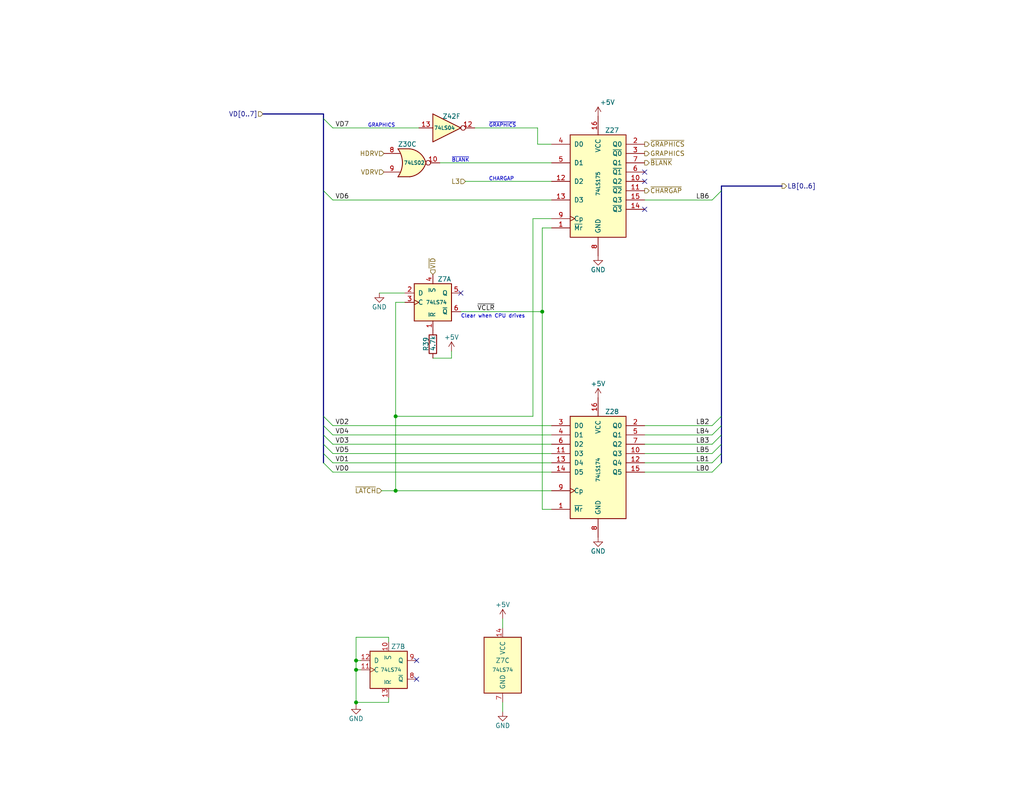
<source format=kicad_sch>
(kicad_sch (version 20231120) (generator "eeschema") (generator_version "8.0")
  (paper "USLetter")
  (title_block (title "TRS-80 Model I Rev G") (date "2024-11-29") (rev "E1C") (company "RetroStack - Marcel Erz") (comment 2 "Circuit to latch video content addressed in video RAM") (comment 4 "Video Latch"))
  (lib_symbols
    (symbol "74xx:74LS02" (pin_names (offset 1.016))
      (property "Reference" "U" (at 0 1.27 0))
      (property "Value" "74LS02" (at 0 -1.27 0))
      (symbol "74LS02_1_1"
        (arc (start -3.81 -3.81) (mid -2.589 0) (end -3.81 3.81) (stroke (width 0.254)))
        (arc (start -0.6096 -3.81) (mid 2.1842 -2.5851) (end 3.81 0) (stroke (width 0.254)) (fill (type background)))
        (polyline (pts (xy -3.81 -3.81) (xy -0.635 -3.81)) (stroke (width 0.254)) (fill (type background)))
        (polyline (pts (xy -3.81 3.81) (xy -0.635 3.81)) (stroke (width 0.254)) (fill (type background)))
        (polyline (pts (xy -0.635 3.81) (xy -3.81 3.81) (xy -3.81 3.81) (xy -3.556 3.4036) (xy -3.0226 2.2606) (xy -2.6924 1.0414) (xy -2.6162 -0.254) (xy -2.7686 -1.4986) (xy -3.175 -2.7178) (xy -3.81 -3.81) (xy -3.81 -3.81) (xy -0.635 -3.81)) (stroke (width -25.4)) (fill (type background)))
        (arc (start 3.81 0) (mid 2.1915 2.5936) (end -0.6096 3.81) (stroke (width 0.254)) (fill (type background)))
        (pin output inverted (at 7.62 0 180) (length 3.81) (name "~") (number "1"))
        (pin input line (at -7.62 2.54 0) (length 4.318) (name "~") (number "2"))
        (pin input line (at -7.62 -2.54 0) (length 4.318) (name "~") (number "3"))
      )
      (symbol "74LS02_1_2"
        (arc (start 0 -3.81) (mid 3.7934 0) (end 0 3.81) (stroke (width 0.254)) (fill (type background)))
        (polyline (pts (xy 0 3.81) (xy -3.81 3.81) (xy -3.81 -3.81) (xy 0 -3.81)) (stroke (width 0.254)) (fill (type background)))
        (pin output line (at 7.62 0 180) (length 3.81) (name "~") (number "1"))
        (pin input inverted (at -7.62 2.54 0) (length 3.81) (name "~") (number "2"))
        (pin input inverted (at -7.62 -2.54 0) (length 3.81) (name "~") (number "3"))
      )
      (symbol "74LS02_2_1"
        (arc (start -3.81 -3.81) (mid -2.589 0) (end -3.81 3.81) (stroke (width 0.254)))
        (arc (start -0.6096 -3.81) (mid 2.1842 -2.5851) (end 3.81 0) (stroke (width 0.254)) (fill (type background)))
        (polyline (pts (xy -3.81 -3.81) (xy -0.635 -3.81)) (stroke (width 0.254)) (fill (type background)))
        (polyline (pts (xy -3.81 3.81) (xy -0.635 3.81)) (stroke (width 0.254)) (fill (type background)))
        (polyline (pts (xy -0.635 3.81) (xy -3.81 3.81) (xy -3.81 3.81) (xy -3.556 3.4036) (xy -3.0226 2.2606) (xy -2.6924 1.0414) (xy -2.6162 -0.254) (xy -2.7686 -1.4986) (xy -3.175 -2.7178) (xy -3.81 -3.81) (xy -3.81 -3.81) (xy -0.635 -3.81)) (stroke (width -25.4)) (fill (type background)))
        (arc (start 3.81 0) (mid 2.1915 2.5936) (end -0.6096 3.81) (stroke (width 0.254)) (fill (type background)))
        (pin output inverted (at 7.62 0 180) (length 3.81) (name "~") (number "4"))
        (pin input line (at -7.62 2.54 0) (length 4.318) (name "~") (number "5"))
        (pin input line (at -7.62 -2.54 0) (length 4.318) (name "~") (number "6"))
      )
      (symbol "74LS02_2_2"
        (arc (start 0 -3.81) (mid 3.7934 0) (end 0 3.81) (stroke (width 0.254)) (fill (type background)))
        (polyline (pts (xy 0 3.81) (xy -3.81 3.81) (xy -3.81 -3.81) (xy 0 -3.81)) (stroke (width 0.254)) (fill (type background)))
        (pin output line (at 7.62 0 180) (length 3.81) (name "~") (number "4"))
        (pin input inverted (at -7.62 2.54 0) (length 3.81) (name "~") (number "5"))
        (pin input inverted (at -7.62 -2.54 0) (length 3.81) (name "~") (number "6"))
      )
      (symbol "74LS02_3_1"
        (arc (start -3.81 -3.81) (mid -2.589 0) (end -3.81 3.81) (stroke (width 0.254)))
        (arc (start -0.6096 -3.81) (mid 2.1842 -2.5851) (end 3.81 0) (stroke (width 0.254)) (fill (type background)))
        (polyline (pts (xy -3.81 -3.81) (xy -0.635 -3.81)) (stroke (width 0.254)) (fill (type background)))
        (polyline (pts (xy -3.81 3.81) (xy -0.635 3.81)) (stroke (width 0.254)) (fill (type background)))
        (polyline (pts (xy -0.635 3.81) (xy -3.81 3.81) (xy -3.81 3.81) (xy -3.556 3.4036) (xy -3.0226 2.2606) (xy -2.6924 1.0414) (xy -2.6162 -0.254) (xy -2.7686 -1.4986) (xy -3.175 -2.7178) (xy -3.81 -3.81) (xy -3.81 -3.81) (xy -0.635 -3.81)) (stroke (width -25.4)) (fill (type background)))
        (arc (start 3.81 0) (mid 2.1915 2.5936) (end -0.6096 3.81) (stroke (width 0.254)) (fill (type background)))
        (pin output inverted (at 7.62 0 180) (length 3.81) (name "~") (number "10"))
        (pin input line (at -7.62 2.54 0) (length 4.318) (name "~") (number "8"))
        (pin input line (at -7.62 -2.54 0) (length 4.318) (name "~") (number "9"))
      )
      (symbol "74LS02_3_2"
        (arc (start 0 -3.81) (mid 3.7934 0) (end 0 3.81) (stroke (width 0.254)) (fill (type background)))
        (polyline (pts (xy 0 3.81) (xy -3.81 3.81) (xy -3.81 -3.81) (xy 0 -3.81)) (stroke (width 0.254)) (fill (type background)))
        (pin output line (at 7.62 0 180) (length 3.81) (name "~") (number "10"))
        (pin input inverted (at -7.62 2.54 0) (length 3.81) (name "~") (number "8"))
        (pin input inverted (at -7.62 -2.54 0) (length 3.81) (name "~") (number "9"))
      )
      (symbol "74LS02_4_1"
        (arc (start -3.81 -3.81) (mid -2.589 0) (end -3.81 3.81) (stroke (width 0.254)))
        (arc (start -0.6096 -3.81) (mid 2.1842 -2.5851) (end 3.81 0) (stroke (width 0.254)) (fill (type background)))
        (polyline (pts (xy -3.81 -3.81) (xy -0.635 -3.81)) (stroke (width 0.254)) (fill (type background)))
        (polyline (pts (xy -3.81 3.81) (xy -0.635 3.81)) (stroke (width 0.254)) (fill (type background)))
        (polyline (pts (xy -0.635 3.81) (xy -3.81 3.81) (xy -3.81 3.81) (xy -3.556 3.4036) (xy -3.0226 2.2606) (xy -2.6924 1.0414) (xy -2.6162 -0.254) (xy -2.7686 -1.4986) (xy -3.175 -2.7178) (xy -3.81 -3.81) (xy -3.81 -3.81) (xy -0.635 -3.81)) (stroke (width -25.4)) (fill (type background)))
        (arc (start 3.81 0) (mid 2.1915 2.5936) (end -0.6096 3.81) (stroke (width 0.254)) (fill (type background)))
        (pin input line (at -7.62 2.54 0) (length 4.318) (name "~") (number "11"))
        (pin input line (at -7.62 -2.54 0) (length 4.318) (name "~") (number "12"))
        (pin output inverted (at 7.62 0 180) (length 3.81) (name "~") (number "13"))
      )
      (symbol "74LS02_4_2"
        (arc (start 0 -3.81) (mid 3.7934 0) (end 0 3.81) (stroke (width 0.254)) (fill (type background)))
        (polyline (pts (xy 0 3.81) (xy -3.81 3.81) (xy -3.81 -3.81) (xy 0 -3.81)) (stroke (width 0.254)) (fill (type background)))
        (pin input inverted (at -7.62 2.54 0) (length 3.81) (name "~") (number "11"))
        (pin input inverted (at -7.62 -2.54 0) (length 3.81) (name "~") (number "12"))
        (pin output line (at 7.62 0 180) (length 3.81) (name "~") (number "13"))
      )
      (symbol "74LS02_5_0"
        (pin power_in line (at 0 12.7 270) (length 5.08) (name "VCC") (number "14"))
        (pin power_in line (at 0 -12.7 90) (length 5.08) (name "GND") (number "7"))
      )
      (symbol "74LS02_5_1"
        (rectangle (start -5.08 7.62) (end 5.08 -7.62) (stroke (width 0.254)) (fill (type background)))
      )
    )
    (symbol "74xx:74LS04"
      (property "Reference" "U" (at 0 1.27 0))
      (property "Value" "74LS04" (at 0 -1.27 0))
      (symbol "74LS04_1_0"
        (polyline (pts (xy -3.81 3.81) (xy -3.81 -3.81) (xy 3.81 0) (xy -3.81 3.81)) (stroke (width 0.254)) (fill (type background)))
        (pin input line (at -7.62 0 0) (length 3.81) (name "~") (number "1"))
        (pin output inverted (at 7.62 0 180) (length 3.81) (name "~") (number "2"))
      )
      (symbol "74LS04_2_0"
        (polyline (pts (xy -3.81 3.81) (xy -3.81 -3.81) (xy 3.81 0) (xy -3.81 3.81)) (stroke (width 0.254)) (fill (type background)))
        (pin input line (at -7.62 0 0) (length 3.81) (name "~") (number "3"))
        (pin output inverted (at 7.62 0 180) (length 3.81) (name "~") (number "4"))
      )
      (symbol "74LS04_3_0"
        (polyline (pts (xy -3.81 3.81) (xy -3.81 -3.81) (xy 3.81 0) (xy -3.81 3.81)) (stroke (width 0.254)) (fill (type background)))
        (pin input line (at -7.62 0 0) (length 3.81) (name "~") (number "5"))
        (pin output inverted (at 7.62 0 180) (length 3.81) (name "~") (number "6"))
      )
      (symbol "74LS04_4_0"
        (polyline (pts (xy -3.81 3.81) (xy -3.81 -3.81) (xy 3.81 0) (xy -3.81 3.81)) (stroke (width 0.254)) (fill (type background)))
        (pin output inverted (at 7.62 0 180) (length 3.81) (name "~") (number "8"))
        (pin input line (at -7.62 0 0) (length 3.81) (name "~") (number "9"))
      )
      (symbol "74LS04_5_0"
        (polyline (pts (xy -3.81 3.81) (xy -3.81 -3.81) (xy 3.81 0) (xy -3.81 3.81)) (stroke (width 0.254)) (fill (type background)))
        (pin output inverted (at 7.62 0 180) (length 3.81) (name "~") (number "10"))
        (pin input line (at -7.62 0 0) (length 3.81) (name "~") (number "11"))
      )
      (symbol "74LS04_6_0"
        (polyline (pts (xy -3.81 3.81) (xy -3.81 -3.81) (xy 3.81 0) (xy -3.81 3.81)) (stroke (width 0.254)) (fill (type background)))
        (pin output inverted (at 7.62 0 180) (length 3.81) (name "~") (number "12"))
        (pin input line (at -7.62 0 0) (length 3.81) (name "~") (number "13"))
      )
      (symbol "74LS04_7_0"
        (pin power_in line (at 0 12.7 270) (length 5.08) (name "VCC") (number "14"))
        (pin power_in line (at 0 -12.7 90) (length 5.08) (name "GND") (number "7"))
      )
      (symbol "74LS04_7_1"
        (rectangle (start -5.08 7.62) (end 5.08 -7.62) (stroke (width 0.254)) (fill (type background)))
      )
    )
    (symbol "74xx:74LS174" (pin_names (offset 1.016))
      (property "Reference" "U" (at -7.62 13.97 0))
      (property "Value" "74LS174" (at -7.62 -16.51 0))
      (symbol "74LS174_1_0"
        (pin input line (at -12.7 -12.7 0) (length 5.08) (name "~{Mr}") (number "1"))
        (pin output line (at 12.7 2.54 180) (length 5.08) (name "Q3") (number "10"))
        (pin input line (at -12.7 2.54 0) (length 5.08) (name "D3") (number "11"))
        (pin output line (at 12.7 0 180) (length 5.08) (name "Q4") (number "12"))
        (pin input line (at -12.7 0 0) (length 5.08) (name "D4") (number "13"))
        (pin input line (at -12.7 -2.54 0) (length 5.08) (name "D5") (number "14"))
        (pin output line (at 12.7 -2.54 180) (length 5.08) (name "Q5") (number "15"))
        (pin power_in line (at 0 17.78 270) (length 5.08) (name "VCC") (number "16"))
        (pin output line (at 12.7 10.16 180) (length 5.08) (name "Q0") (number "2"))
        (pin input line (at -12.7 10.16 0) (length 5.08) (name "D0") (number "3"))
        (pin input line (at -12.7 7.62 0) (length 5.08) (name "D1") (number "4"))
        (pin output line (at 12.7 7.62 180) (length 5.08) (name "Q1") (number "5"))
        (pin input line (at -12.7 5.08 0) (length 5.08) (name "D2") (number "6"))
        (pin output line (at 12.7 5.08 180) (length 5.08) (name "Q2") (number "7"))
        (pin power_in line (at 0 -20.32 90) (length 5.08) (name "GND") (number "8"))
        (pin input clock (at -12.7 -7.62 0) (length 5.08) (name "Cp") (number "9"))
      )
      (symbol "74LS174_1_1"
        (rectangle (start -7.62 12.7) (end 7.62 -15.24) (stroke (width 0.254)) (fill (type background)))
      )
    )
    (symbol "74xx:74LS175" (pin_names (offset 1.016))
      (property "Reference" "U" (at -7.62 13.97 0))
      (property "Value" "74LS175" (at -7.62 -16.51 0))
      (symbol "74LS175_1_0"
        (pin input line (at -12.7 -12.7 0) (length 5.08) (name "~{Mr}") (number "1"))
        (pin output line (at 12.7 0 180) (length 5.08) (name "Q2") (number "10"))
        (pin output line (at 12.7 -2.54 180) (length 5.08) (name "~{Q2}") (number "11"))
        (pin input line (at -12.7 0 0) (length 5.08) (name "D2") (number "12"))
        (pin input line (at -12.7 -5.08 0) (length 5.08) (name "D3") (number "13"))
        (pin output line (at 12.7 -7.62 180) (length 5.08) (name "~{Q3}") (number "14"))
        (pin output line (at 12.7 -5.08 180) (length 5.08) (name "Q3") (number "15"))
        (pin power_in line (at 0 17.78 270) (length 5.08) (name "VCC") (number "16"))
        (pin output line (at 12.7 10.16 180) (length 5.08) (name "Q0") (number "2"))
        (pin output line (at 12.7 7.62 180) (length 5.08) (name "~{Q0}") (number "3"))
        (pin input line (at -12.7 10.16 0) (length 5.08) (name "D0") (number "4"))
        (pin input line (at -12.7 5.08 0) (length 5.08) (name "D1") (number "5"))
        (pin output line (at 12.7 2.54 180) (length 5.08) (name "~{Q1}") (number "6"))
        (pin output line (at 12.7 5.08 180) (length 5.08) (name "Q1") (number "7"))
        (pin power_in line (at 0 -20.32 90) (length 5.08) (name "GND") (number "8"))
        (pin input clock (at -12.7 -10.16 0) (length 5.08) (name "Cp") (number "9"))
      )
      (symbol "74LS175_1_1"
        (rectangle (start -7.62 12.7) (end 7.62 -15.24) (stroke (width 0.254)) (fill (type background)))
      )
    )
    (symbol "74xx:74LS74" (pin_names (offset 1.016))
      (property "Reference" "U" (at -7.62 8.89 0))
      (property "Value" "74LS74" (at -7.62 -8.89 0))
      (symbol "74LS74_1_0"
        (pin input line (at 0 -7.62 90) (length 2.54) (name "~{R}") (number "1"))
        (pin input line (at -7.62 2.54 0) (length 2.54) (name "D") (number "2"))
        (pin input clock (at -7.62 0 0) (length 2.54) (name "C") (number "3"))
        (pin input line (at 0 7.62 270) (length 2.54) (name "~{S}") (number "4"))
        (pin output line (at 7.62 2.54 180) (length 2.54) (name "Q") (number "5"))
        (pin output line (at 7.62 -2.54 180) (length 2.54) (name "~{Q}") (number "6"))
      )
      (symbol "74LS74_1_1"
        (rectangle (start -5.08 5.08) (end 5.08 -5.08) (stroke (width 0.254)) (fill (type background)))
      )
      (symbol "74LS74_2_0"
        (pin input line (at 0 7.62 270) (length 2.54) (name "~{S}") (number "10"))
        (pin input clock (at -7.62 0 0) (length 2.54) (name "C") (number "11"))
        (pin input line (at -7.62 2.54 0) (length 2.54) (name "D") (number "12"))
        (pin input line (at 0 -7.62 90) (length 2.54) (name "~{R}") (number "13"))
        (pin output line (at 7.62 -2.54 180) (length 2.54) (name "~{Q}") (number "8"))
        (pin output line (at 7.62 2.54 180) (length 2.54) (name "Q") (number "9"))
      )
      (symbol "74LS74_2_1"
        (rectangle (start -5.08 5.08) (end 5.08 -5.08) (stroke (width 0.254)) (fill (type background)))
      )
      (symbol "74LS74_3_0"
        (pin power_in line (at 0 10.16 270) (length 2.54) (name "VCC") (number "14"))
        (pin power_in line (at 0 -10.16 90) (length 2.54) (name "GND") (number "7"))
      )
      (symbol "74LS74_3_1"
        (rectangle (start -5.08 7.62) (end 5.08 -7.62) (stroke (width 0.254)) (fill (type background)))
      )
    )
    (symbol "Device:R" (pin_numbers hide) (pin_names (offset 0))
      (property "Reference" "R" (at 2.032 0 90))
      (property "Value" "R" (at 0 0 90))
      (symbol "R_0_1"
        (rectangle (start -1.016 -2.54) (end 1.016 2.54) (stroke (width 0.254)))
      )
      (symbol "R_1_1"
        (pin passive line (at 0 3.81 270) (length 1.27) (name "~") (number "1"))
        (pin passive line (at 0 -3.81 90) (length 1.27) (name "~") (number "2"))
      )
    )
    (symbol "power:+5V" (power) (pin_names (offset 0))
      (property "Value" "+5V" (at 0 3.556 0))
      (symbol "+5V_0_1"
        (polyline (pts (xy -0.762 1.27) (xy 0 2.54)))
        (polyline (pts (xy 0 0) (xy 0 2.54)))
        (polyline (pts (xy 0 2.54) (xy 0.762 1.27)))
      )
      (symbol "+5V_1_1"
        (pin power_in line (at 0 0 90) (length 0) hide (name "+5V") (number "1"))
      )
    )
    (symbol "power:GND" (power) (pin_names (offset 0))
      (property "Value" "GND" (at 0 -3.81 0))
      (symbol "GND_0_1"
        (polyline (pts (xy 0 0) (xy 0 -1.27) (xy 1.27 -1.27) (xy 0 -2.54) (xy -1.27 -1.27) (xy 0 -1.27)))
      )
      (symbol "GND_1_1"
        (pin power_in line (at 0 0 270) (length 0) hide (name "GND") (number "1"))
      )
    )
  )
  (junction (at 107.95 113.665))
  (junction (at 147.955 85.09))
  (junction (at 97.155 180.34))
  (junction (at 107.95 133.985))
  (junction (at 97.155 191.77))
  (junction (at 97.155 182.88))
  (no_connect (at 125.73 80.01))
  (no_connect (at 175.895 46.99))
  (no_connect (at 175.895 57.15))
  (no_connect (at 113.665 185.42))
  (no_connect (at 113.665 180.34))
  (no_connect (at 175.895 49.53))
  (bus_entry (at 90.805 34.925) (size -2.54 -2.54))
  (bus_entry (at 194.31 118.745) (size 2.54 -2.54))
  (bus_entry (at 90.805 118.745) (size -2.54 -2.54))
  (bus_entry (at 194.31 116.205) (size 2.54 -2.54))
  (bus_entry (at 90.805 116.205) (size -2.54 -2.54))
  (bus_entry (at 194.31 121.285) (size 2.54 -2.54))
  (bus_entry (at 194.31 54.61) (size 2.54 -2.54))
  (bus_entry (at 90.805 126.365) (size -2.54 -2.54))
  (bus_entry (at 194.31 123.825) (size 2.54 -2.54))
  (bus_entry (at 90.805 123.825) (size -2.54 -2.54))
  (bus_entry (at 194.31 126.365) (size 2.54 -2.54))
  (bus_entry (at 194.31 128.905) (size 2.54 -2.54))
  (bus_entry (at 90.805 121.285) (size -2.54 -2.54))
  (bus_entry (at 90.805 128.905) (size -2.54 -2.54))
  (bus_entry (at 90.805 54.61) (size -2.54 -2.54))
  (wire (pts (xy 90.805 118.745) (xy 150.495 118.745)))
  (bus (pts (xy 88.265 31.115) (xy 71.755 31.115)))
  (bus (pts (xy 196.85 121.285) (xy 196.85 118.745)))
  (wire (pts (xy 104.14 133.985) (xy 107.95 133.985)))
  (wire (pts (xy 123.19 95.885) (xy 123.19 97.79)))
  (wire (pts (xy 90.805 116.205) (xy 150.495 116.205)))
  (wire (pts (xy 107.95 133.985) (xy 107.95 113.665)))
  (bus (pts (xy 88.265 116.205) (xy 88.265 113.665)))
  (wire (pts (xy 97.155 173.99) (xy 97.155 180.34)))
  (wire (pts (xy 107.95 113.665) (xy 145.415 113.665)))
  (bus (pts (xy 88.265 121.285) (xy 88.265 118.745)))
  (bus (pts (xy 196.85 50.8) (xy 213.36 50.8)))
  (wire (pts (xy 97.155 182.88) (xy 97.155 191.77)))
  (wire (pts (xy 175.895 116.205) (xy 194.31 116.205)))
  (wire (pts (xy 137.16 191.77) (xy 137.16 194.31)))
  (bus (pts (xy 88.265 126.365) (xy 88.265 123.825)))
  (wire (pts (xy 97.155 180.34) (xy 98.425 180.34)))
  (wire (pts (xy 145.415 59.69) (xy 145.415 113.665)))
  (wire (pts (xy 125.73 85.09) (xy 147.955 85.09)))
  (bus (pts (xy 196.85 52.07) (xy 196.85 50.8)))
  (wire (pts (xy 106.045 191.77) (xy 97.155 191.77)))
  (wire (pts (xy 118.11 97.79) (xy 123.19 97.79)))
  (wire (pts (xy 97.155 180.34) (xy 97.155 182.88)))
  (wire (pts (xy 146.685 39.37) (xy 150.495 39.37)))
  (wire (pts (xy 175.895 118.745) (xy 194.31 118.745)))
  (bus (pts (xy 196.85 123.825) (xy 196.85 121.285)))
  (wire (pts (xy 175.895 54.61) (xy 194.31 54.61)))
  (wire (pts (xy 147.955 62.23) (xy 147.955 85.09)))
  (wire (pts (xy 146.685 34.925) (xy 146.685 39.37)))
  (wire (pts (xy 175.895 128.905) (xy 194.31 128.905)))
  (bus (pts (xy 196.85 116.205) (xy 196.85 113.665)))
  (wire (pts (xy 90.805 128.905) (xy 150.495 128.905)))
  (wire (pts (xy 129.54 34.925) (xy 146.685 34.925)))
  (wire (pts (xy 120.015 44.45) (xy 150.495 44.45)))
  (wire (pts (xy 107.95 113.665) (xy 107.95 82.55)))
  (wire (pts (xy 90.805 54.61) (xy 150.495 54.61)))
  (wire (pts (xy 137.16 171.45) (xy 137.16 168.91)))
  (wire (pts (xy 106.045 173.99) (xy 97.155 173.99)))
  (wire (pts (xy 90.805 121.285) (xy 150.495 121.285)))
  (bus (pts (xy 88.265 32.385) (xy 88.265 31.115)))
  (wire (pts (xy 97.155 191.77) (xy 97.155 192.405)))
  (wire (pts (xy 127 49.53) (xy 150.495 49.53)))
  (wire (pts (xy 150.495 139.065) (xy 147.955 139.065)))
  (wire (pts (xy 107.95 82.55) (xy 110.49 82.55)))
  (wire (pts (xy 90.805 34.925) (xy 114.3 34.925)))
  (wire (pts (xy 147.955 62.23) (xy 150.495 62.23)))
  (bus (pts (xy 196.85 126.365) (xy 196.85 123.825)))
  (wire (pts (xy 106.045 190.5) (xy 106.045 191.77)))
  (bus (pts (xy 88.265 123.825) (xy 88.265 121.285)))
  (bus (pts (xy 88.265 52.07) (xy 88.265 113.665)))
  (wire (pts (xy 97.155 182.88) (xy 98.425 182.88)))
  (bus (pts (xy 88.265 52.07) (xy 88.265 32.385)))
  (wire (pts (xy 175.895 123.825) (xy 194.31 123.825)))
  (bus (pts (xy 88.265 118.745) (xy 88.265 116.205)))
  (wire (pts (xy 145.415 59.69) (xy 150.495 59.69)))
  (wire (pts (xy 147.955 85.09) (xy 147.955 139.065)))
  (bus (pts (xy 196.85 52.07) (xy 196.85 113.665)))
  (wire (pts (xy 175.895 121.285) (xy 194.31 121.285)))
  (wire (pts (xy 90.805 123.825) (xy 150.495 123.825)))
  (wire (pts (xy 110.49 80.01) (xy 103.505 80.01)))
  (bus (pts (xy 196.85 118.745) (xy 196.85 116.205)))
  (wire (pts (xy 175.895 126.365) (xy 194.31 126.365)))
  (wire (pts (xy 90.805 126.365) (xy 150.495 126.365)))
  (wire (pts (xy 107.95 133.985) (xy 150.495 133.985)))
  (wire (pts (xy 106.045 175.26) (xy 106.045 173.99)))
  (text "CHARGAP" (at 133.35 49.53 0) (effects (font (size 1 1)) (justify left bottom)))
  (text "GRAPHICS" (at 100.33 34.925 0) (effects (font (size 1 1)) (justify left bottom)))
  (text "Clear when CPU drives" (at 125.73 86.995 0) (effects (font (size 1 1)) (justify left bottom)))
  (text "~{BLANK}" (at 123.19 44.45 0) (effects (font (size 1 1)) (justify left bottom)))
  (text "~{GRAPHICS}" (at 133.35 34.925 0) (effects (font (size 1 1)) (justify left bottom)))
  (label "LB0" (at 189.865 128.905 0))
  (label "VD4" (at 95.25 118.745 180))
  (label "VD1" (at 95.25 126.365 180))
  (label "~{VCLR}" (at 130.175 85.09 0))
  (label "VD0" (at 95.25 128.905 180))
  (label "LB4" (at 189.865 118.745 0))
  (label "VD5" (at 95.25 123.825 180))
  (label "LB3" (at 189.865 121.285 0))
  (label "LB6" (at 189.865 54.61 0))
  (label "LB5" (at 189.865 123.825 0))
  (label "LB1" (at 189.865 126.365 0))
  (label "VD2" (at 95.25 116.205 180))
  (label "VD3" (at 95.25 121.285 180))
  (label "VD7" (at 95.25 34.925 180))
  (label "VD6" (at 95.25 54.61 180))
  (label "LB2" (at 189.865 116.205 0))
  (hierarchical_label "L3" (shape input) (at 127 49.53 180))
  (hierarchical_label "LB[0..6]" (shape output) (at 213.36 50.8 0))
  (hierarchical_label "~{BLANK}" (shape output) (at 175.895 44.45 0))
  (hierarchical_label "~{VID}" (shape input) (at 118.11 74.93 90))
  (hierarchical_label "~{GRAPHICS}" (shape output) (at 175.895 39.37 0))
  (hierarchical_label "~{LATCH}" (shape input) (at 104.14 133.985 180))
  (hierarchical_label "GRAPHICS" (shape output) (at 175.895 41.91 0))
  (hierarchical_label "VDRV" (shape input) (at 104.775 46.99 180))
  (hierarchical_label "VD[0..7]" (shape input) (at 71.755 31.115 180))
  (hierarchical_label "HDRV" (shape input) (at 104.775 41.91 180))
  (hierarchical_label "~{CHARGAP}" (shape output) (at 175.895 52.07 0))
  (symbol (lib_id "power:GND") (at 97.155 192.405 0) (unit 1)
    (property "Reference" "#PWR043" (effects (hide yes)))
    (property "Value" "GND" (at 97.155 196.215 0))
  )
  (symbol (lib_id "power:GND") (at 163.195 146.685 0) (unit 1)
    (property "Reference" "#PWR053" (effects (hide yes)))
    (property "Value" "GND" (at 163.195 150.495 0))
  )
  (symbol (lib_id "power:GND") (at 103.505 80.01 0) (unit 1)
    (property "Reference" "#PWR048" (effects (hide yes)))
    (property "Value" "GND" (at 103.505 83.82 0))
  )
  (symbol (lib_id "74xx:74LS74") (at 118.11 82.55 0) (unit 1)
    (property "Reference" "Z7" (at 119.38 76.2 0) (effects (justify left)))
    (property "Value" "74LS74" (at 116.205 82.55 0) (effects (font (size 1 1)) (justify left)))
    (property "Footprint" "RetroStackLibrary:TRS80_Model_I_DIP14" (effects (hide yes)))
    (property "Datasheet" "74xx/74hc_hct74.pdf" (effects (hide yes)))
  )
  (symbol (lib_id "power:GND") (at 163.195 69.85 0) (unit 1)
    (property "Reference" "#PWR051" (effects (hide yes)))
    (property "Value" "GND" (at 163.195 73.66 0))
  )
  (symbol (lib_id "74xx:74LS74") (at 137.16 181.61 0) (unit 3)
    (property "Reference" "Z7" (at 137.16 180.34 0))
    (property "Value" "74LS74" (at 137.16 182.88 0) (effects (font (size 1 1))))
    (property "Footprint" "RetroStackLibrary:TRS80_Model_I_DIP14" (effects (hide yes)))
    (property "Datasheet" "74xx/74hc_hct74.pdf" (effects (hide yes)))
  )
  (symbol (lib_id "power:+5V") (at 163.195 108.585 0) (unit 1)
    (property "Reference" "#PWR052" (effects (hide yes)))
    (property "Value" "+5V" (at 163.195 104.775 0))
  )
  (symbol (lib_id "power:+5V") (at 137.16 168.91 0) (unit 1)
    (property "Reference" "#PWR046" (effects (hide yes)))
    (property "Value" "+5V" (at 137.16 165.1 0))
  )
  (symbol (lib_id "power:GND") (at 137.16 194.31 0) (unit 1)
    (property "Reference" "#PWR047" (effects (hide yes)))
    (property "Value" "GND" (at 137.16 198.12 0))
  )
  (symbol (lib_id "74xx:74LS174") (at 163.195 126.365 0) (unit 1)
    (property "Reference" "Z28" (at 167.005 112.395 0))
    (property "Value" "74LS174" (at 163.195 128.27 90) (effects (font (size 1 1))))
    (property "Footprint" "RetroStackLibrary:TRS80_Model_I_DIP16" (effects (hide yes)))
    (property "Datasheet" "http://www.ti.com/lit/gpn/sn74LS174" (effects (hide yes)))
  )
  (symbol (lib_id "power:+5V") (at 123.19 95.885 0) (unit 1)
    (property "Reference" "#PWR049" (effects (hide yes)))
    (property "Value" "+5V" (at 123.19 92.075 0))
  )
  (symbol (lib_id "74xx:74LS04") (at 121.92 34.925 0) (unit 6)
    (property "Reference" "Z42" (at 123.19 31.75 0))
    (property "Value" "74LS04" (at 121.285 34.925 0) (effects (font (size 1 1))))
    (property "Footprint" "RetroStackLibrary:TRS80_Model_I_DIP14" (effects (hide yes)))
    (property "Datasheet" "http://www.ti.com/lit/gpn/sn74LS04" (effects (hide yes)))
  )
  (symbol (lib_id "Device:R") (at 118.11 93.98 0) (unit 1)
    (property "Reference" "R39" (at 116.205 95.885 90) (effects (justify left)))
    (property "Value" "4.7k" (at 118.11 95.885 90) (effects (justify left)))
    (property "Footprint" "RetroStackLibrary:TRS80_Model_I_R_0.25W" (effects (hide yes)))
  )
  (symbol (lib_id "74xx:74LS175") (at 163.195 49.53 0) (unit 1)
    (property "Reference" "Z27" (at 167.005 35.56 0))
    (property "Value" "74LS175" (at 163.195 50.165 90) (effects (font (size 1 1))))
    (property "Footprint" "RetroStackLibrary:TRS80_Model_I_DIP16" (effects (hide yes)))
    (property "Datasheet" "http://www.ti.com/lit/gpn/sn74LS175" (effects (hide yes)))
  )
  (symbol (lib_id "power:+5V") (at 163.195 31.75 0) (unit 1)
    (property "Reference" "#PWR050" (effects (hide yes)))
    (property "Value" "+5V" (at 165.735 27.94 0))
  )
  (symbol (lib_id "74xx:74LS02") (at 112.395 44.45 0) (unit 3)
    (property "Reference" "Z30" (at 111.125 39.37 0))
    (property "Value" "74LS02" (at 113.03 44.45 0) (effects (font (size 1 1))))
    (property "Footprint" "RetroStackLibrary:TRS80_Model_I_DIP14" (effects (hide yes)))
    (property "Datasheet" "http://www.ti.com/lit/gpn/sn74ls02" (effects (hide yes)))
  )
  (symbol (lib_id "74xx:74LS74") (at 106.045 182.88 0) (unit 2)
    (property "Reference" "Z7" (at 106.68 176.53 0) (effects (justify left)))
    (property "Value" "74LS74" (at 106.68 182.88 0) (effects (font (size 1 1))))
    (property "Footprint" "RetroStackLibrary:TRS80_Model_I_DIP14" (effects (hide yes)))
    (property "Datasheet" "74xx/74hc_hct74.pdf" (effects (hide yes)))
  )
)
</source>
